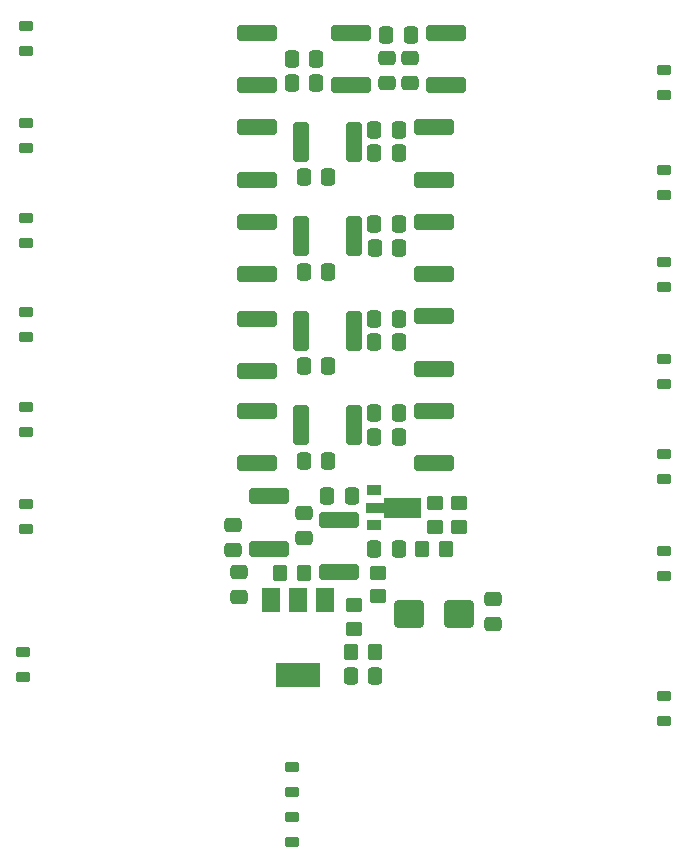
<source format=gtp>
G04 #@! TF.GenerationSoftware,KiCad,Pcbnew,7.0.1*
G04 #@! TF.CreationDate,2023-05-03T08:49:02+02:00*
G04 #@! TF.ProjectId,Dual_BPF,4475616c-5f42-4504-962e-6b696361645f,rev?*
G04 #@! TF.SameCoordinates,Original*
G04 #@! TF.FileFunction,Paste,Top*
G04 #@! TF.FilePolarity,Positive*
%FSLAX46Y46*%
G04 Gerber Fmt 4.6, Leading zero omitted, Abs format (unit mm)*
G04 Created by KiCad (PCBNEW 7.0.1) date 2023-05-03 08:49:02*
%MOMM*%
%LPD*%
G01*
G04 APERTURE LIST*
G04 Aperture macros list*
%AMRoundRect*
0 Rectangle with rounded corners*
0 $1 Rounding radius*
0 $2 $3 $4 $5 $6 $7 $8 $9 X,Y pos of 4 corners*
0 Add a 4 corners polygon primitive as box body*
4,1,4,$2,$3,$4,$5,$6,$7,$8,$9,$2,$3,0*
0 Add four circle primitives for the rounded corners*
1,1,$1+$1,$2,$3*
1,1,$1+$1,$4,$5*
1,1,$1+$1,$6,$7*
1,1,$1+$1,$8,$9*
0 Add four rect primitives between the rounded corners*
20,1,$1+$1,$2,$3,$4,$5,0*
20,1,$1+$1,$4,$5,$6,$7,0*
20,1,$1+$1,$6,$7,$8,$9,0*
20,1,$1+$1,$8,$9,$2,$3,0*%
%AMFreePoly0*
4,1,9,3.862500,-0.866500,0.737500,-0.866500,0.737500,-0.450000,-0.737500,-0.450000,-0.737500,0.450000,0.737500,0.450000,0.737500,0.866500,3.862500,0.866500,3.862500,-0.866500,3.862500,-0.866500,$1*%
G04 Aperture macros list end*
%ADD10RoundRect,0.250000X-0.475000X0.337500X-0.475000X-0.337500X0.475000X-0.337500X0.475000X0.337500X0*%
%ADD11RoundRect,0.250000X-0.337500X-0.475000X0.337500X-0.475000X0.337500X0.475000X-0.337500X0.475000X0*%
%ADD12RoundRect,0.250000X1.450000X-0.400000X1.450000X0.400000X-1.450000X0.400000X-1.450000X-0.400000X0*%
%ADD13RoundRect,0.250000X-0.450000X0.350000X-0.450000X-0.350000X0.450000X-0.350000X0.450000X0.350000X0*%
%ADD14RoundRect,0.250000X0.475000X-0.337500X0.475000X0.337500X-0.475000X0.337500X-0.475000X-0.337500X0*%
%ADD15RoundRect,0.218750X-0.381250X0.218750X-0.381250X-0.218750X0.381250X-0.218750X0.381250X0.218750X0*%
%ADD16RoundRect,0.250000X-0.400000X-1.450000X0.400000X-1.450000X0.400000X1.450000X-0.400000X1.450000X0*%
%ADD17RoundRect,0.250000X0.450000X-0.350000X0.450000X0.350000X-0.450000X0.350000X-0.450000X-0.350000X0*%
%ADD18RoundRect,0.250000X0.337500X0.475000X-0.337500X0.475000X-0.337500X-0.475000X0.337500X-0.475000X0*%
%ADD19RoundRect,0.250000X0.350000X0.450000X-0.350000X0.450000X-0.350000X-0.450000X0.350000X-0.450000X0*%
%ADD20RoundRect,0.250000X-1.450000X0.400000X-1.450000X-0.400000X1.450000X-0.400000X1.450000X0.400000X0*%
%ADD21RoundRect,0.250000X-0.350000X-0.450000X0.350000X-0.450000X0.350000X0.450000X-0.350000X0.450000X0*%
%ADD22R,1.500000X2.000000*%
%ADD23R,3.800000X2.000000*%
%ADD24RoundRect,0.218750X0.381250X-0.218750X0.381250X0.218750X-0.381250X0.218750X-0.381250X-0.218750X0*%
%ADD25RoundRect,0.250000X1.000000X0.900000X-1.000000X0.900000X-1.000000X-0.900000X1.000000X-0.900000X0*%
%ADD26R,1.300000X0.900000*%
%ADD27FreePoly0,0.000000*%
G04 APERTURE END LIST*
D10*
X74500000Y-39962500D03*
X74500000Y-42037500D03*
D11*
X67462500Y-50000000D03*
X69537500Y-50000000D03*
D12*
X63500000Y-74225000D03*
X63500000Y-69775000D03*
D11*
X73462500Y-64000000D03*
X75537500Y-64000000D03*
D13*
X80600000Y-77600000D03*
X80600000Y-79600000D03*
D14*
X83500000Y-87825000D03*
X83500000Y-85750000D03*
D15*
X44000000Y-37187500D03*
X44000000Y-39312500D03*
X44000000Y-77687500D03*
X44000000Y-79812500D03*
D16*
X67275000Y-55000000D03*
X71725000Y-55000000D03*
D12*
X64500000Y-81475000D03*
X64500000Y-77025000D03*
D17*
X73750000Y-85500000D03*
X73750000Y-83500000D03*
D11*
X67462500Y-66000000D03*
X69537500Y-66000000D03*
D18*
X75537500Y-70000000D03*
X73462500Y-70000000D03*
D15*
X98000000Y-93937500D03*
X98000000Y-96062500D03*
D11*
X67462500Y-58000000D03*
X69537500Y-58000000D03*
D16*
X67275000Y-47000000D03*
X71725000Y-47000000D03*
D10*
X67500000Y-78462500D03*
X67500000Y-80537500D03*
X62000000Y-83462500D03*
X62000000Y-85537500D03*
D15*
X98000000Y-57187500D03*
X98000000Y-59312500D03*
D12*
X63500000Y-42225000D03*
X63500000Y-37775000D03*
X63500000Y-58225000D03*
X63500000Y-53775000D03*
D19*
X79500000Y-81500000D03*
X77500000Y-81500000D03*
D18*
X75537500Y-62000000D03*
X73462500Y-62000000D03*
D16*
X67275000Y-71000000D03*
X71725000Y-71000000D03*
X67275000Y-63000000D03*
X71725000Y-63000000D03*
D18*
X71537500Y-77000000D03*
X69462500Y-77000000D03*
D15*
X98000000Y-73437500D03*
X98000000Y-75562500D03*
D20*
X78500000Y-45775000D03*
X78500000Y-50225000D03*
D12*
X63500000Y-50225000D03*
X63500000Y-45775000D03*
D11*
X67462500Y-74000000D03*
X69537500Y-74000000D03*
D20*
X78500000Y-53775000D03*
X78500000Y-58225000D03*
D18*
X76537500Y-38000000D03*
X74462500Y-38000000D03*
D15*
X44000000Y-53437500D03*
X44000000Y-55562500D03*
D12*
X79500000Y-42225000D03*
X79500000Y-37775000D03*
D21*
X65500000Y-83500000D03*
X67500000Y-83500000D03*
D12*
X63500000Y-66450000D03*
X63500000Y-62000000D03*
D17*
X78600000Y-79600000D03*
X78600000Y-77600000D03*
D15*
X98000000Y-65437500D03*
X98000000Y-67562500D03*
D11*
X73500000Y-56000000D03*
X75575000Y-56000000D03*
D14*
X61500000Y-81537500D03*
X61500000Y-79462500D03*
D18*
X73537500Y-92250000D03*
X71462500Y-92250000D03*
D20*
X78500000Y-69775000D03*
X78500000Y-74225000D03*
D21*
X71500000Y-90250000D03*
X73500000Y-90250000D03*
D18*
X75537500Y-81500000D03*
X73462500Y-81500000D03*
D20*
X78500000Y-61775000D03*
X78500000Y-66225000D03*
D15*
X44000000Y-45437500D03*
X44000000Y-47562500D03*
D20*
X70500000Y-79025000D03*
X70500000Y-83475000D03*
D15*
X98000000Y-40937500D03*
X98000000Y-43062500D03*
X98000000Y-49375000D03*
X98000000Y-51500000D03*
X98000000Y-81687500D03*
X98000000Y-83812500D03*
D22*
X69300000Y-85850000D03*
X67000000Y-85850000D03*
D23*
X67000000Y-92150000D03*
D22*
X64700000Y-85850000D03*
D15*
X44000000Y-69437500D03*
X44000000Y-71562500D03*
D12*
X71500000Y-42225000D03*
X71500000Y-37775000D03*
D24*
X66500000Y-106312500D03*
X66500000Y-104187500D03*
D17*
X71750000Y-88250000D03*
X71750000Y-86250000D03*
D25*
X80650000Y-87000000D03*
X76350000Y-87000000D03*
D11*
X73462500Y-48000000D03*
X75537500Y-48000000D03*
X66462500Y-40000000D03*
X68537500Y-40000000D03*
X66462500Y-42000000D03*
X68537500Y-42000000D03*
D15*
X44000000Y-61437500D03*
X44000000Y-63562500D03*
D24*
X66500000Y-102062500D03*
X66500000Y-99937500D03*
D14*
X76500000Y-42037500D03*
X76500000Y-39962500D03*
D11*
X73462500Y-72000000D03*
X75537500Y-72000000D03*
D15*
X43750000Y-90187500D03*
X43750000Y-92312500D03*
D18*
X75537500Y-46000000D03*
X73462500Y-46000000D03*
X75537500Y-54000000D03*
X73462500Y-54000000D03*
D26*
X73450000Y-76500000D03*
D27*
X73537500Y-78000000D03*
D26*
X73450000Y-79500000D03*
M02*

</source>
